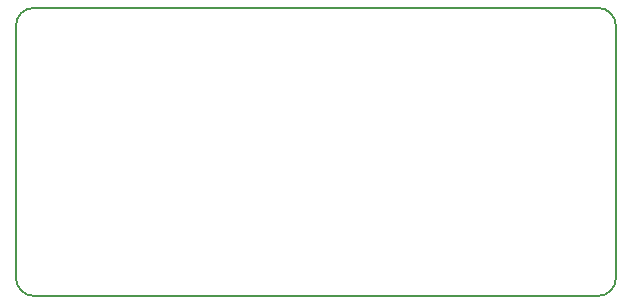
<source format=gbr>
%TF.GenerationSoftware,KiCad,Pcbnew,4.0.7*%
%TF.CreationDate,2018-07-03T14:37:38+02:00*%
%TF.ProjectId,pwmTOpwm,70776D544F70776D2E6B696361645F70,rev?*%
%TF.FileFunction,Legend,Bot*%
%FSLAX46Y46*%
G04 Gerber Fmt 4.6, Leading zero omitted, Abs format (unit mm)*
G04 Created by KiCad (PCBNEW 4.0.7) date Tuesday, July 03, 2018 'PMt' 02:37:38 PM*
%MOMM*%
%LPD*%
G01*
G04 APERTURE LIST*
%ADD10C,0.100000*%
%ADD11C,0.150000*%
G04 APERTURE END LIST*
D10*
D11*
X213360000Y-122428000D02*
X213360000Y-101092000D01*
X164084000Y-123952000D02*
X211836000Y-123952000D01*
X162560000Y-101092000D02*
X162560000Y-122428000D01*
X164084000Y-99568000D02*
X211836000Y-99568000D01*
X211836000Y-123952000D02*
G75*
G03X213360000Y-122428000I0J1524000D01*
G01*
X213360000Y-101092000D02*
G75*
G03X211836000Y-99568000I-1524000J0D01*
G01*
X164084000Y-99568000D02*
G75*
G03X162560000Y-101092000I0J-1524000D01*
G01*
X162560000Y-122428000D02*
G75*
G03X164084000Y-123952000I1524000J0D01*
G01*
M02*

</source>
